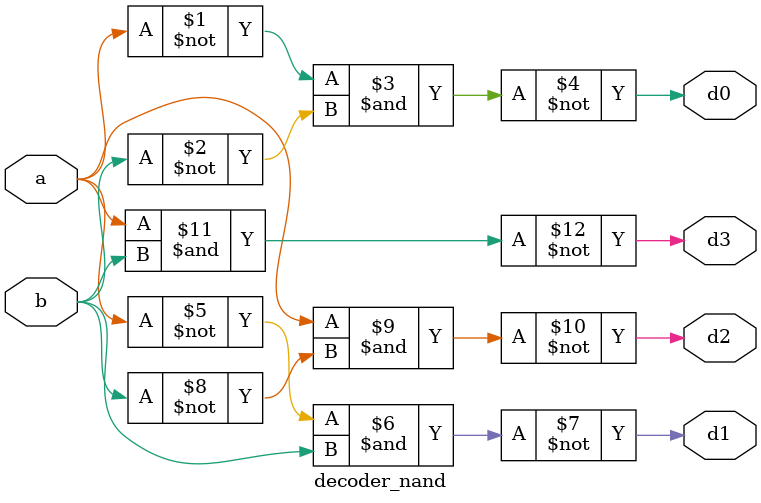
<source format=v>
`timescale 1ns / 1ps

//////////////////////////////////////////////////////////////////////////////////


module decoder_nand(
input a,
input b,
output d0,
output d1,
output d2,
output d3
    );
    assign d0=~((~a)&(~b));
    assign d1=~((~a)&b);
    assign d2=~(a&(~b));
    assign d3=~(a&b);

endmodule

</source>
